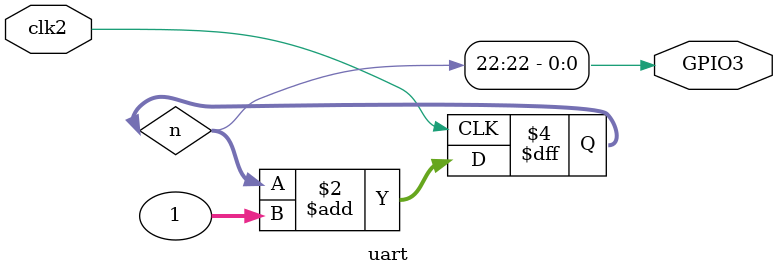
<source format=v>
`ifndef UART_V
`define UART_V


module uart(input wire clk2, output wire GPIO3);

	reg[31:0] n = 0;

	always @(posedge clk2) n <= n+1;

	assign GPIO3 = n[22];

endmodule

`endif
</source>
